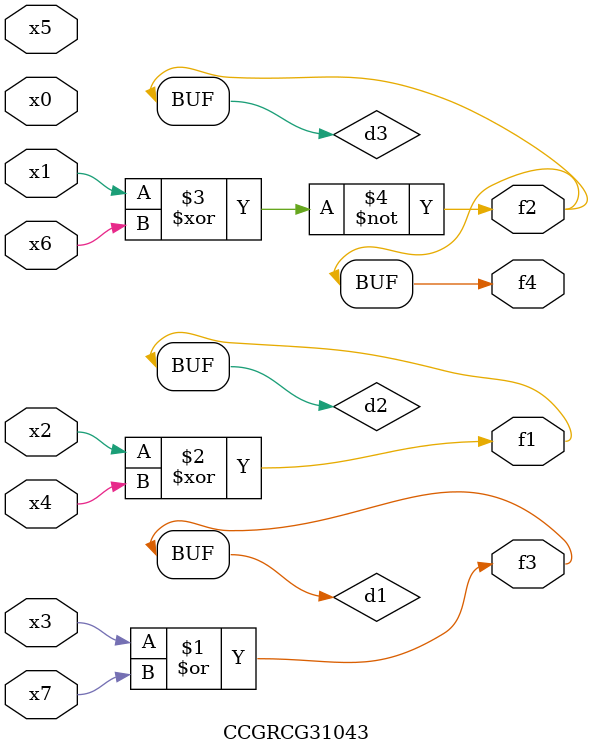
<source format=v>
module CCGRCG31043(
	input x0, x1, x2, x3, x4, x5, x6, x7,
	output f1, f2, f3, f4
);

	wire d1, d2, d3;

	or (d1, x3, x7);
	xor (d2, x2, x4);
	xnor (d3, x1, x6);
	assign f1 = d2;
	assign f2 = d3;
	assign f3 = d1;
	assign f4 = d3;
endmodule

</source>
